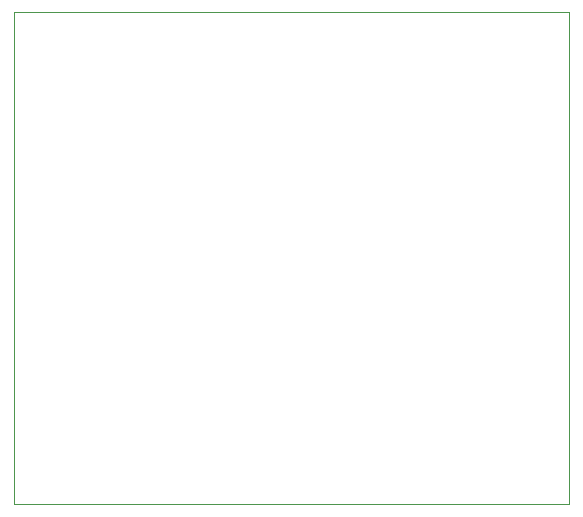
<source format=gbr>
%TF.GenerationSoftware,KiCad,Pcbnew,(5.1.7)-1*%
%TF.CreationDate,2020-11-29T11:25:41+01:00*%
%TF.ProjectId,PickitUp,5069636b-6974-4557-902e-6b696361645f,rev?*%
%TF.SameCoordinates,Original*%
%TF.FileFunction,Profile,NP*%
%FSLAX46Y46*%
G04 Gerber Fmt 4.6, Leading zero omitted, Abs format (unit mm)*
G04 Created by KiCad (PCBNEW (5.1.7)-1) date 2020-11-29 11:25:41*
%MOMM*%
%LPD*%
G01*
G04 APERTURE LIST*
%TA.AperFunction,Profile*%
%ADD10C,0.050000*%
%TD*%
G04 APERTURE END LIST*
D10*
X155194000Y-77470000D02*
X202184000Y-77470000D01*
X155194000Y-119126000D02*
X155194000Y-77470000D01*
X202184000Y-119126000D02*
X155194000Y-119126000D01*
X202184000Y-77470000D02*
X202184000Y-119126000D01*
M02*

</source>
